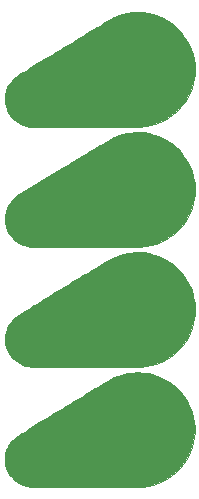
<source format=gbr>
%TF.GenerationSoftware,KiCad,Pcbnew,(6.0.9)*%
%TF.CreationDate,2022-12-27T03:42:49-08:00*%
%TF.ProjectId,panel_pcb,70616e65-6c5f-4706-9362-2e6b69636164,rev?*%
%TF.SameCoordinates,Original*%
%TF.FileFunction,Copper,L1,Top*%
%TF.FilePolarity,Positive*%
%FSLAX46Y46*%
G04 Gerber Fmt 4.6, Leading zero omitted, Abs format (unit mm)*
G04 Created by KiCad (PCBNEW (6.0.9)) date 2022-12-27 03:42:49*
%MOMM*%
%LPD*%
G01*
G04 APERTURE LIST*
%TA.AperFunction,EtchedComponent*%
%ADD10C,0.010000*%
%TD*%
G04 APERTURE END LIST*
%TO.C,G\u002A\u002A\u002A*%
G36*
X9194647Y-25661335D02*
G01*
X9353939Y-25671525D01*
X9380963Y-25674255D01*
X9836127Y-25744246D01*
X10275418Y-25853392D01*
X10697985Y-26001294D01*
X11102981Y-26187553D01*
X11489556Y-26411770D01*
X11856862Y-26673545D01*
X12204050Y-26972481D01*
X12262925Y-27028827D01*
X12575311Y-27361172D01*
X12851738Y-27715744D01*
X13091909Y-28091962D01*
X13295528Y-28489246D01*
X13462299Y-28907014D01*
X13591926Y-29344686D01*
X13684113Y-29801681D01*
X13687551Y-29823833D01*
X13706279Y-29985244D01*
X13718831Y-30176679D01*
X13725207Y-30386281D01*
X13725406Y-30602194D01*
X13719429Y-30812560D01*
X13707275Y-31005524D01*
X13688945Y-31169229D01*
X13687551Y-31178500D01*
X13597892Y-31629754D01*
X13470060Y-32065667D01*
X13305231Y-32484170D01*
X13104580Y-32883194D01*
X12869283Y-33260670D01*
X12600515Y-33614528D01*
X12299452Y-33942700D01*
X11967269Y-34243117D01*
X11928497Y-34274688D01*
X11575835Y-34532903D01*
X11200284Y-34758921D01*
X10806361Y-34950881D01*
X10398586Y-35106924D01*
X9981475Y-35225190D01*
X9559548Y-35303819D01*
X9376833Y-35325068D01*
X9339375Y-35326673D01*
X9261966Y-35328318D01*
X9146984Y-35329995D01*
X8996812Y-35331696D01*
X8813831Y-35333414D01*
X8600420Y-35335141D01*
X8358961Y-35336871D01*
X8091836Y-35338595D01*
X7801423Y-35340306D01*
X7490106Y-35341997D01*
X7160264Y-35343660D01*
X6814278Y-35345287D01*
X6454530Y-35346871D01*
X6083400Y-35348405D01*
X5703269Y-35349881D01*
X5316518Y-35351291D01*
X4925527Y-35352629D01*
X4532678Y-35353886D01*
X4140352Y-35355055D01*
X3750929Y-35356129D01*
X3366791Y-35357100D01*
X2990318Y-35357961D01*
X2623890Y-35358703D01*
X2269890Y-35359321D01*
X1930698Y-35359805D01*
X1608694Y-35360149D01*
X1306260Y-35360346D01*
X1025776Y-35360387D01*
X769624Y-35360265D01*
X540184Y-35359973D01*
X339837Y-35359503D01*
X170964Y-35358848D01*
X35946Y-35358000D01*
X-62836Y-35356951D01*
X-123002Y-35355695D01*
X-137584Y-35355008D01*
X-459316Y-35310959D01*
X-765092Y-35228353D01*
X-1052716Y-35108553D01*
X-1319988Y-34952925D01*
X-1564711Y-34762834D01*
X-1784686Y-34539645D01*
X-1977716Y-34284722D01*
X-2051336Y-34166627D01*
X-2183201Y-33900867D01*
X-2278362Y-33618465D01*
X-2336563Y-33324308D01*
X-2357549Y-33023286D01*
X-2341066Y-32720285D01*
X-2286857Y-32420194D01*
X-2194669Y-32127900D01*
X-2161911Y-32047880D01*
X-2076350Y-31870123D01*
X-1977554Y-31707439D01*
X-1858358Y-31549755D01*
X-1711599Y-31386999D01*
X-1641412Y-31316083D01*
X-1405793Y-31083250D01*
X2517892Y-28691417D01*
X2950240Y-28428018D01*
X3366330Y-28174834D01*
X3764836Y-27932663D01*
X4144432Y-27702303D01*
X4503791Y-27484553D01*
X4841585Y-27280210D01*
X5156489Y-27090074D01*
X5447176Y-26914943D01*
X5712318Y-26755615D01*
X5950590Y-26612888D01*
X6160664Y-26487561D01*
X6341214Y-26380432D01*
X6490914Y-26292300D01*
X6608435Y-26223963D01*
X6692453Y-26176219D01*
X6739747Y-26150804D01*
X7128426Y-25977487D01*
X7527908Y-25840940D01*
X7946127Y-25738568D01*
X8075083Y-25714370D01*
X8223540Y-25693709D01*
X8402622Y-25677304D01*
X8600801Y-25665511D01*
X8806551Y-25658682D01*
X9008342Y-25657172D01*
X9194647Y-25661335D01*
G37*
D10*
X9194647Y-25661335D02*
X9353939Y-25671525D01*
X9380963Y-25674255D01*
X9836127Y-25744246D01*
X10275418Y-25853392D01*
X10697985Y-26001294D01*
X11102981Y-26187553D01*
X11489556Y-26411770D01*
X11856862Y-26673545D01*
X12204050Y-26972481D01*
X12262925Y-27028827D01*
X12575311Y-27361172D01*
X12851738Y-27715744D01*
X13091909Y-28091962D01*
X13295528Y-28489246D01*
X13462299Y-28907014D01*
X13591926Y-29344686D01*
X13684113Y-29801681D01*
X13687551Y-29823833D01*
X13706279Y-29985244D01*
X13718831Y-30176679D01*
X13725207Y-30386281D01*
X13725406Y-30602194D01*
X13719429Y-30812560D01*
X13707275Y-31005524D01*
X13688945Y-31169229D01*
X13687551Y-31178500D01*
X13597892Y-31629754D01*
X13470060Y-32065667D01*
X13305231Y-32484170D01*
X13104580Y-32883194D01*
X12869283Y-33260670D01*
X12600515Y-33614528D01*
X12299452Y-33942700D01*
X11967269Y-34243117D01*
X11928497Y-34274688D01*
X11575835Y-34532903D01*
X11200284Y-34758921D01*
X10806361Y-34950881D01*
X10398586Y-35106924D01*
X9981475Y-35225190D01*
X9559548Y-35303819D01*
X9376833Y-35325068D01*
X9339375Y-35326673D01*
X9261966Y-35328318D01*
X9146984Y-35329995D01*
X8996812Y-35331696D01*
X8813831Y-35333414D01*
X8600420Y-35335141D01*
X8358961Y-35336871D01*
X8091836Y-35338595D01*
X7801423Y-35340306D01*
X7490106Y-35341997D01*
X7160264Y-35343660D01*
X6814278Y-35345287D01*
X6454530Y-35346871D01*
X6083400Y-35348405D01*
X5703269Y-35349881D01*
X5316518Y-35351291D01*
X4925527Y-35352629D01*
X4532678Y-35353886D01*
X4140352Y-35355055D01*
X3750929Y-35356129D01*
X3366791Y-35357100D01*
X2990318Y-35357961D01*
X2623890Y-35358703D01*
X2269890Y-35359321D01*
X1930698Y-35359805D01*
X1608694Y-35360149D01*
X1306260Y-35360346D01*
X1025776Y-35360387D01*
X769624Y-35360265D01*
X540184Y-35359973D01*
X339837Y-35359503D01*
X170964Y-35358848D01*
X35946Y-35358000D01*
X-62836Y-35356951D01*
X-123002Y-35355695D01*
X-137584Y-35355008D01*
X-459316Y-35310959D01*
X-765092Y-35228353D01*
X-1052716Y-35108553D01*
X-1319988Y-34952925D01*
X-1564711Y-34762834D01*
X-1784686Y-34539645D01*
X-1977716Y-34284722D01*
X-2051336Y-34166627D01*
X-2183201Y-33900867D01*
X-2278362Y-33618465D01*
X-2336563Y-33324308D01*
X-2357549Y-33023286D01*
X-2341066Y-32720285D01*
X-2286857Y-32420194D01*
X-2194669Y-32127900D01*
X-2161911Y-32047880D01*
X-2076350Y-31870123D01*
X-1977554Y-31707439D01*
X-1858358Y-31549755D01*
X-1711599Y-31386999D01*
X-1641412Y-31316083D01*
X-1405793Y-31083250D01*
X2517892Y-28691417D01*
X2950240Y-28428018D01*
X3366330Y-28174834D01*
X3764836Y-27932663D01*
X4144432Y-27702303D01*
X4503791Y-27484553D01*
X4841585Y-27280210D01*
X5156489Y-27090074D01*
X5447176Y-26914943D01*
X5712318Y-26755615D01*
X5950590Y-26612888D01*
X6160664Y-26487561D01*
X6341214Y-26380432D01*
X6490914Y-26292300D01*
X6608435Y-26223963D01*
X6692453Y-26176219D01*
X6739747Y-26150804D01*
X7128426Y-25977487D01*
X7527908Y-25840940D01*
X7946127Y-25738568D01*
X8075083Y-25714370D01*
X8223540Y-25693709D01*
X8402622Y-25677304D01*
X8600801Y-25665511D01*
X8806551Y-25658682D01*
X9008342Y-25657172D01*
X9194647Y-25661335D01*
G36*
X9307780Y-46012410D02*
G01*
X9730220Y-46064961D01*
X10137959Y-46154046D01*
X10536201Y-46280894D01*
X10930154Y-46446734D01*
X11070166Y-46515322D01*
X11459611Y-46735816D01*
X11821029Y-46986328D01*
X12153637Y-47264473D01*
X12456649Y-47567865D01*
X12729281Y-47894119D01*
X12970749Y-48240851D01*
X13180269Y-48605674D01*
X13357055Y-48986204D01*
X13500324Y-49380054D01*
X13609290Y-49784840D01*
X13683170Y-50198177D01*
X13721180Y-50617679D01*
X13722534Y-51040960D01*
X13686448Y-51465636D01*
X13612138Y-51889322D01*
X13498819Y-52309631D01*
X13345707Y-52724179D01*
X13209299Y-53019915D01*
X12989494Y-53411590D01*
X12736827Y-53777873D01*
X12453413Y-54117220D01*
X12141365Y-54428090D01*
X11802797Y-54708940D01*
X11439823Y-54958227D01*
X11054558Y-55174409D01*
X10649113Y-55355943D01*
X10225605Y-55501288D01*
X9786147Y-55608900D01*
X9620250Y-55638792D01*
X9516908Y-55652181D01*
X9385474Y-55662972D01*
X9222291Y-55671358D01*
X9023702Y-55677531D01*
X8815916Y-55681299D01*
X8693327Y-55682676D01*
X8536123Y-55683985D01*
X8346742Y-55685224D01*
X8127618Y-55686392D01*
X7881188Y-55687488D01*
X7609887Y-55688511D01*
X7316152Y-55689460D01*
X7002417Y-55690333D01*
X6671120Y-55691131D01*
X6324696Y-55691851D01*
X5965580Y-55692493D01*
X5596210Y-55693056D01*
X5219019Y-55693538D01*
X4836446Y-55693939D01*
X4450924Y-55694257D01*
X4064891Y-55694492D01*
X3680782Y-55694642D01*
X3301033Y-55694706D01*
X2928079Y-55694683D01*
X2564358Y-55694573D01*
X2212303Y-55694374D01*
X1874353Y-55694084D01*
X1552941Y-55693704D01*
X1250505Y-55693232D01*
X969480Y-55692666D01*
X712302Y-55692006D01*
X481406Y-55691251D01*
X279230Y-55690400D01*
X108207Y-55689451D01*
X-29224Y-55688404D01*
X-130630Y-55687257D01*
X-193573Y-55686010D01*
X-211667Y-55685227D01*
X-511523Y-55642289D01*
X-801021Y-55559975D01*
X-1076637Y-55440684D01*
X-1334845Y-55286818D01*
X-1572122Y-55100780D01*
X-1784943Y-54884968D01*
X-1969783Y-54641786D01*
X-2116178Y-54387750D01*
X-2237566Y-54096718D01*
X-2318512Y-53797567D01*
X-2359273Y-53493832D01*
X-2360104Y-53189045D01*
X-2321262Y-52886742D01*
X-2243003Y-52590456D01*
X-2125584Y-52303720D01*
X-1969260Y-52030070D01*
X-1942356Y-51990203D01*
X-1823300Y-51835088D01*
X-1682825Y-51680549D01*
X-1533719Y-51539690D01*
X-1397000Y-51431383D01*
X-1357549Y-51405300D01*
X-1284107Y-51358657D01*
X-1178737Y-51292707D01*
X-1043502Y-51208708D01*
X-880465Y-51107915D01*
X-691689Y-50991582D01*
X-479237Y-50860964D01*
X-245172Y-50717318D01*
X8443Y-50561898D01*
X279545Y-50395960D01*
X566071Y-50220759D01*
X865959Y-50037550D01*
X1177144Y-49847589D01*
X1497565Y-49652131D01*
X1825157Y-49452431D01*
X2157859Y-49249744D01*
X2493608Y-49045326D01*
X2830339Y-48840431D01*
X3165991Y-48636317D01*
X3498500Y-48434236D01*
X3825803Y-48235446D01*
X4145838Y-48041200D01*
X4456541Y-47852756D01*
X4755850Y-47671366D01*
X5041701Y-47498288D01*
X5312032Y-47334776D01*
X5564779Y-47182086D01*
X5797879Y-47041472D01*
X6009270Y-46914191D01*
X6196889Y-46801496D01*
X6358672Y-46704645D01*
X6492557Y-46624892D01*
X6596480Y-46563492D01*
X6668379Y-46521700D01*
X6705793Y-46500973D01*
X7111058Y-46319186D01*
X7527921Y-46177872D01*
X7957060Y-46076872D01*
X8399159Y-46016027D01*
X8854899Y-45995177D01*
X8865430Y-45995167D01*
X9307780Y-46012410D01*
G37*
X9307780Y-46012410D02*
X9730220Y-46064961D01*
X10137959Y-46154046D01*
X10536201Y-46280894D01*
X10930154Y-46446734D01*
X11070166Y-46515322D01*
X11459611Y-46735816D01*
X11821029Y-46986328D01*
X12153637Y-47264473D01*
X12456649Y-47567865D01*
X12729281Y-47894119D01*
X12970749Y-48240851D01*
X13180269Y-48605674D01*
X13357055Y-48986204D01*
X13500324Y-49380054D01*
X13609290Y-49784840D01*
X13683170Y-50198177D01*
X13721180Y-50617679D01*
X13722534Y-51040960D01*
X13686448Y-51465636D01*
X13612138Y-51889322D01*
X13498819Y-52309631D01*
X13345707Y-52724179D01*
X13209299Y-53019915D01*
X12989494Y-53411590D01*
X12736827Y-53777873D01*
X12453413Y-54117220D01*
X12141365Y-54428090D01*
X11802797Y-54708940D01*
X11439823Y-54958227D01*
X11054558Y-55174409D01*
X10649113Y-55355943D01*
X10225605Y-55501288D01*
X9786147Y-55608900D01*
X9620250Y-55638792D01*
X9516908Y-55652181D01*
X9385474Y-55662972D01*
X9222291Y-55671358D01*
X9023702Y-55677531D01*
X8815916Y-55681299D01*
X8693327Y-55682676D01*
X8536123Y-55683985D01*
X8346742Y-55685224D01*
X8127618Y-55686392D01*
X7881188Y-55687488D01*
X7609887Y-55688511D01*
X7316152Y-55689460D01*
X7002417Y-55690333D01*
X6671120Y-55691131D01*
X6324696Y-55691851D01*
X5965580Y-55692493D01*
X5596210Y-55693056D01*
X5219019Y-55693538D01*
X4836446Y-55693939D01*
X4450924Y-55694257D01*
X4064891Y-55694492D01*
X3680782Y-55694642D01*
X3301033Y-55694706D01*
X2928079Y-55694683D01*
X2564358Y-55694573D01*
X2212303Y-55694374D01*
X1874353Y-55694084D01*
X1552941Y-55693704D01*
X1250505Y-55693232D01*
X969480Y-55692666D01*
X712302Y-55692006D01*
X481406Y-55691251D01*
X279230Y-55690400D01*
X108207Y-55689451D01*
X-29224Y-55688404D01*
X-130630Y-55687257D01*
X-193573Y-55686010D01*
X-211667Y-55685227D01*
X-511523Y-55642289D01*
X-801021Y-55559975D01*
X-1076637Y-55440684D01*
X-1334845Y-55286818D01*
X-1572122Y-55100780D01*
X-1784943Y-54884968D01*
X-1969783Y-54641786D01*
X-2116178Y-54387750D01*
X-2237566Y-54096718D01*
X-2318512Y-53797567D01*
X-2359273Y-53493832D01*
X-2360104Y-53189045D01*
X-2321262Y-52886742D01*
X-2243003Y-52590456D01*
X-2125584Y-52303720D01*
X-1969260Y-52030070D01*
X-1942356Y-51990203D01*
X-1823300Y-51835088D01*
X-1682825Y-51680549D01*
X-1533719Y-51539690D01*
X-1397000Y-51431383D01*
X-1357549Y-51405300D01*
X-1284107Y-51358657D01*
X-1178737Y-51292707D01*
X-1043502Y-51208708D01*
X-880465Y-51107915D01*
X-691689Y-50991582D01*
X-479237Y-50860964D01*
X-245172Y-50717318D01*
X8443Y-50561898D01*
X279545Y-50395960D01*
X566071Y-50220759D01*
X865959Y-50037550D01*
X1177144Y-49847589D01*
X1497565Y-49652131D01*
X1825157Y-49452431D01*
X2157859Y-49249744D01*
X2493608Y-49045326D01*
X2830339Y-48840431D01*
X3165991Y-48636317D01*
X3498500Y-48434236D01*
X3825803Y-48235446D01*
X4145838Y-48041200D01*
X4456541Y-47852756D01*
X4755850Y-47671366D01*
X5041701Y-47498288D01*
X5312032Y-47334776D01*
X5564779Y-47182086D01*
X5797879Y-47041472D01*
X6009270Y-46914191D01*
X6196889Y-46801496D01*
X6358672Y-46704645D01*
X6492557Y-46624892D01*
X6596480Y-46563492D01*
X6668379Y-46521700D01*
X6705793Y-46500973D01*
X7111058Y-46319186D01*
X7527921Y-46177872D01*
X7957060Y-46076872D01*
X8399159Y-46016027D01*
X8854899Y-45995177D01*
X8865430Y-45995167D01*
X9307780Y-46012410D01*
G36*
X9132528Y-35819762D02*
G01*
X9289577Y-35826723D01*
X9380963Y-35834507D01*
X9837578Y-35904958D01*
X10277509Y-36014112D01*
X10699953Y-36161593D01*
X11104108Y-36347028D01*
X11489175Y-36570043D01*
X11854351Y-36830263D01*
X12198834Y-37127314D01*
X12245760Y-37172201D01*
X12562202Y-37506850D01*
X12841444Y-37861678D01*
X13083518Y-38236750D01*
X13288456Y-38632126D01*
X13456291Y-39047871D01*
X13587054Y-39484046D01*
X13680777Y-39940714D01*
X13687551Y-39983833D01*
X13706279Y-40145244D01*
X13718831Y-40336679D01*
X13725207Y-40546281D01*
X13725406Y-40762194D01*
X13719429Y-40972560D01*
X13707275Y-41165524D01*
X13688945Y-41329229D01*
X13687551Y-41338500D01*
X13599039Y-41784245D01*
X13472591Y-42217512D01*
X13309699Y-42634827D01*
X13111856Y-43032714D01*
X12880553Y-43407696D01*
X12685095Y-43672973D01*
X12572324Y-43806853D01*
X12436973Y-43954677D01*
X12289772Y-44105583D01*
X12141452Y-44248710D01*
X12002745Y-44373198D01*
X11948583Y-44418410D01*
X11594759Y-44679499D01*
X11218311Y-44908094D01*
X10823570Y-45102404D01*
X10414867Y-45260640D01*
X9996532Y-45381009D01*
X9572896Y-45461722D01*
X9366250Y-45486106D01*
X9328528Y-45487716D01*
X9250859Y-45489355D01*
X9135627Y-45491017D01*
X8985218Y-45492695D01*
X8802017Y-45494381D01*
X8588409Y-45496068D01*
X8346780Y-45497750D01*
X8079516Y-45499420D01*
X7789001Y-45501070D01*
X7477620Y-45502693D01*
X7147760Y-45504283D01*
X6801806Y-45505832D01*
X6442143Y-45507334D01*
X6071156Y-45508781D01*
X5691230Y-45510167D01*
X5304752Y-45511484D01*
X4914106Y-45512726D01*
X4521678Y-45513885D01*
X4129853Y-45514954D01*
X3741016Y-45515927D01*
X3357553Y-45516797D01*
X2981849Y-45517555D01*
X2616290Y-45518197D01*
X2263261Y-45518713D01*
X1925147Y-45519099D01*
X1604333Y-45519345D01*
X1303206Y-45519446D01*
X1024150Y-45519395D01*
X769550Y-45519184D01*
X541792Y-45518806D01*
X343262Y-45518255D01*
X176345Y-45517523D01*
X43425Y-45516603D01*
X-53111Y-45515489D01*
X-110878Y-45514174D01*
X-116417Y-45513942D01*
X-425065Y-45478725D01*
X-722943Y-45403781D01*
X-1006859Y-45291032D01*
X-1273619Y-45142401D01*
X-1520028Y-44959810D01*
X-1742893Y-44745181D01*
X-1939019Y-44500438D01*
X-2028883Y-44362725D01*
X-2166789Y-44095279D01*
X-2267348Y-43812683D01*
X-2330651Y-43519549D01*
X-2356791Y-43220486D01*
X-2345857Y-42920108D01*
X-2297941Y-42623025D01*
X-2213135Y-42333848D01*
X-2091529Y-42057190D01*
X-1979485Y-41865650D01*
X-1926210Y-41792878D01*
X-1850834Y-41701519D01*
X-1762250Y-41601820D01*
X-1669350Y-41504030D01*
X-1641448Y-41476083D01*
X-1561888Y-41398548D01*
X-1492062Y-41334013D01*
X-1424753Y-41277131D01*
X-1352747Y-41222554D01*
X-1268829Y-41164933D01*
X-1165784Y-41098923D01*
X-1036395Y-41019174D01*
X-972807Y-40980506D01*
X-910421Y-40942601D01*
X-813917Y-40883894D01*
X-685326Y-40805620D01*
X-526674Y-40709014D01*
X-339989Y-40595313D01*
X-127300Y-40465752D01*
X109365Y-40321568D01*
X367978Y-40163995D01*
X646512Y-39994269D01*
X942938Y-39813627D01*
X1255228Y-39623303D01*
X1581355Y-39424534D01*
X1919290Y-39218556D01*
X2267005Y-39006603D01*
X2622472Y-38789913D01*
X2983663Y-38569719D01*
X2984500Y-38569210D01*
X3448384Y-38286592D01*
X3885369Y-38020749D01*
X4294760Y-37772095D01*
X4675864Y-37541048D01*
X5027986Y-37328025D01*
X5350433Y-37133441D01*
X5642510Y-36957714D01*
X5903525Y-36801261D01*
X6132782Y-36664497D01*
X6329589Y-36547840D01*
X6493250Y-36451707D01*
X6623073Y-36376513D01*
X6718364Y-36322675D01*
X6778428Y-36290611D01*
X6783916Y-36287917D01*
X7201000Y-36109560D01*
X7630792Y-35971079D01*
X8076226Y-35871540D01*
X8107128Y-35866167D01*
X8234636Y-35849260D01*
X8393710Y-35835670D01*
X8573693Y-35825660D01*
X8763929Y-35819495D01*
X8953759Y-35817441D01*
X9132528Y-35819762D01*
G37*
X9132528Y-35819762D02*
X9289577Y-35826723D01*
X9380963Y-35834507D01*
X9837578Y-35904958D01*
X10277509Y-36014112D01*
X10699953Y-36161593D01*
X11104108Y-36347028D01*
X11489175Y-36570043D01*
X11854351Y-36830263D01*
X12198834Y-37127314D01*
X12245760Y-37172201D01*
X12562202Y-37506850D01*
X12841444Y-37861678D01*
X13083518Y-38236750D01*
X13288456Y-38632126D01*
X13456291Y-39047871D01*
X13587054Y-39484046D01*
X13680777Y-39940714D01*
X13687551Y-39983833D01*
X13706279Y-40145244D01*
X13718831Y-40336679D01*
X13725207Y-40546281D01*
X13725406Y-40762194D01*
X13719429Y-40972560D01*
X13707275Y-41165524D01*
X13688945Y-41329229D01*
X13687551Y-41338500D01*
X13599039Y-41784245D01*
X13472591Y-42217512D01*
X13309699Y-42634827D01*
X13111856Y-43032714D01*
X12880553Y-43407696D01*
X12685095Y-43672973D01*
X12572324Y-43806853D01*
X12436973Y-43954677D01*
X12289772Y-44105583D01*
X12141452Y-44248710D01*
X12002745Y-44373198D01*
X11948583Y-44418410D01*
X11594759Y-44679499D01*
X11218311Y-44908094D01*
X10823570Y-45102404D01*
X10414867Y-45260640D01*
X9996532Y-45381009D01*
X9572896Y-45461722D01*
X9366250Y-45486106D01*
X9328528Y-45487716D01*
X9250859Y-45489355D01*
X9135627Y-45491017D01*
X8985218Y-45492695D01*
X8802017Y-45494381D01*
X8588409Y-45496068D01*
X8346780Y-45497750D01*
X8079516Y-45499420D01*
X7789001Y-45501070D01*
X7477620Y-45502693D01*
X7147760Y-45504283D01*
X6801806Y-45505832D01*
X6442143Y-45507334D01*
X6071156Y-45508781D01*
X5691230Y-45510167D01*
X5304752Y-45511484D01*
X4914106Y-45512726D01*
X4521678Y-45513885D01*
X4129853Y-45514954D01*
X3741016Y-45515927D01*
X3357553Y-45516797D01*
X2981849Y-45517555D01*
X2616290Y-45518197D01*
X2263261Y-45518713D01*
X1925147Y-45519099D01*
X1604333Y-45519345D01*
X1303206Y-45519446D01*
X1024150Y-45519395D01*
X769550Y-45519184D01*
X541792Y-45518806D01*
X343262Y-45518255D01*
X176345Y-45517523D01*
X43425Y-45516603D01*
X-53111Y-45515489D01*
X-110878Y-45514174D01*
X-116417Y-45513942D01*
X-425065Y-45478725D01*
X-722943Y-45403781D01*
X-1006859Y-45291032D01*
X-1273619Y-45142401D01*
X-1520028Y-44959810D01*
X-1742893Y-44745181D01*
X-1939019Y-44500438D01*
X-2028883Y-44362725D01*
X-2166789Y-44095279D01*
X-2267348Y-43812683D01*
X-2330651Y-43519549D01*
X-2356791Y-43220486D01*
X-2345857Y-42920108D01*
X-2297941Y-42623025D01*
X-2213135Y-42333848D01*
X-2091529Y-42057190D01*
X-1979485Y-41865650D01*
X-1926210Y-41792878D01*
X-1850834Y-41701519D01*
X-1762250Y-41601820D01*
X-1669350Y-41504030D01*
X-1641448Y-41476083D01*
X-1561888Y-41398548D01*
X-1492062Y-41334013D01*
X-1424753Y-41277131D01*
X-1352747Y-41222554D01*
X-1268829Y-41164933D01*
X-1165784Y-41098923D01*
X-1036395Y-41019174D01*
X-972807Y-40980506D01*
X-910421Y-40942601D01*
X-813917Y-40883894D01*
X-685326Y-40805620D01*
X-526674Y-40709014D01*
X-339989Y-40595313D01*
X-127300Y-40465752D01*
X109365Y-40321568D01*
X367978Y-40163995D01*
X646512Y-39994269D01*
X942938Y-39813627D01*
X1255228Y-39623303D01*
X1581355Y-39424534D01*
X1919290Y-39218556D01*
X2267005Y-39006603D01*
X2622472Y-38789913D01*
X2983663Y-38569719D01*
X2984500Y-38569210D01*
X3448384Y-38286592D01*
X3885369Y-38020749D01*
X4294760Y-37772095D01*
X4675864Y-37541048D01*
X5027986Y-37328025D01*
X5350433Y-37133441D01*
X5642510Y-36957714D01*
X5903525Y-36801261D01*
X6132782Y-36664497D01*
X6329589Y-36547840D01*
X6493250Y-36451707D01*
X6623073Y-36376513D01*
X6718364Y-36322675D01*
X6778428Y-36290611D01*
X6783916Y-36287917D01*
X7201000Y-36109560D01*
X7630792Y-35971079D01*
X8076226Y-35871540D01*
X8107128Y-35866167D01*
X8234636Y-35849260D01*
X8393710Y-35835670D01*
X8573693Y-35825660D01*
X8763929Y-35819495D01*
X8953759Y-35817441D01*
X9132528Y-35819762D01*
G36*
X9303369Y-15511099D02*
G01*
X9742865Y-15569698D01*
X10177828Y-15668307D01*
X10409363Y-15738155D01*
X10821291Y-15895632D01*
X11216197Y-16090648D01*
X11591507Y-16320953D01*
X11944649Y-16584295D01*
X12273050Y-16878422D01*
X12574137Y-17201082D01*
X12845336Y-17550025D01*
X13084075Y-17922999D01*
X13238706Y-18213917D01*
X13415663Y-18621918D01*
X13554497Y-19043115D01*
X13656635Y-19482112D01*
X13687551Y-19663833D01*
X13706279Y-19825244D01*
X13718831Y-20016679D01*
X13725207Y-20226281D01*
X13725406Y-20442194D01*
X13719429Y-20652560D01*
X13707275Y-20845524D01*
X13688945Y-21009229D01*
X13687551Y-21018500D01*
X13597240Y-21477060D01*
X13469892Y-21915121D01*
X13305475Y-22332746D01*
X13103958Y-22729997D01*
X12865307Y-23106937D01*
X12589492Y-23463628D01*
X12276479Y-23800134D01*
X12245760Y-23830132D01*
X11913861Y-24125238D01*
X11564428Y-24383839D01*
X11195325Y-24607023D01*
X10804414Y-24795880D01*
X10389558Y-24951497D01*
X9948620Y-25074964D01*
X9694333Y-25129537D01*
X9657067Y-25136430D01*
X9618975Y-25142582D01*
X9577424Y-25148057D01*
X9529779Y-25152919D01*
X9473408Y-25157230D01*
X9405675Y-25161055D01*
X9323948Y-25164458D01*
X9225593Y-25167501D01*
X9107975Y-25170248D01*
X8968461Y-25172764D01*
X8804418Y-25175110D01*
X8613210Y-25177352D01*
X8392205Y-25179553D01*
X8138769Y-25181775D01*
X7850268Y-25184083D01*
X7524068Y-25186541D01*
X7249583Y-25188546D01*
X6887829Y-25191005D01*
X6513146Y-25193245D01*
X6127883Y-25195268D01*
X5734390Y-25197073D01*
X5335016Y-25198662D01*
X4932111Y-25200034D01*
X4528025Y-25201190D01*
X4125107Y-25202131D01*
X3725707Y-25202857D01*
X3332175Y-25203369D01*
X2946860Y-25203666D01*
X2572112Y-25203751D01*
X2210281Y-25203622D01*
X1863716Y-25203281D01*
X1534767Y-25202729D01*
X1225784Y-25201964D01*
X939116Y-25200989D01*
X677113Y-25199804D01*
X442124Y-25198409D01*
X236500Y-25196804D01*
X62590Y-25194990D01*
X-77256Y-25192968D01*
X-180689Y-25190738D01*
X-245360Y-25188301D01*
X-262874Y-25186954D01*
X-568430Y-25130921D01*
X-860749Y-25036639D01*
X-1136524Y-24906617D01*
X-1392447Y-24743367D01*
X-1625208Y-24549399D01*
X-1831499Y-24327224D01*
X-2008014Y-24079353D01*
X-2151442Y-23808297D01*
X-2185579Y-23727701D01*
X-2285172Y-23424152D01*
X-2343151Y-23115609D01*
X-2359550Y-22804673D01*
X-2334402Y-22493948D01*
X-2267740Y-22186037D01*
X-2162327Y-21889899D01*
X-2056974Y-21682820D01*
X-1920202Y-21474284D01*
X-1760453Y-21274629D01*
X-1586169Y-21094195D01*
X-1405791Y-20943321D01*
X-1366932Y-20915676D01*
X-1317531Y-20883169D01*
X-1234536Y-20830412D01*
X-1120025Y-20758665D01*
X-976074Y-20669191D01*
X-804761Y-20563250D01*
X-608163Y-20442104D01*
X-388357Y-20307013D01*
X-147420Y-20159241D01*
X112570Y-20000047D01*
X389537Y-19830694D01*
X681403Y-19652442D01*
X986091Y-19466553D01*
X1301524Y-19274289D01*
X1625625Y-19076911D01*
X1956317Y-18875680D01*
X2291522Y-18671857D01*
X2629163Y-18466704D01*
X2967163Y-18261483D01*
X3303446Y-18057454D01*
X3635933Y-17855879D01*
X3962548Y-17658020D01*
X4281213Y-17465138D01*
X4589852Y-17278494D01*
X4886387Y-17099349D01*
X5168740Y-16928965D01*
X5434836Y-16768604D01*
X5682596Y-16619526D01*
X5909944Y-16482994D01*
X6114803Y-16360268D01*
X6295094Y-16252610D01*
X6448742Y-16161281D01*
X6573668Y-16087542D01*
X6667796Y-16032656D01*
X6729049Y-15997883D01*
X6748238Y-15987655D01*
X7148540Y-15810717D01*
X7563279Y-15672497D01*
X7989294Y-15573209D01*
X8423421Y-15513070D01*
X8862500Y-15492295D01*
X9303369Y-15511099D01*
G37*
X9303369Y-15511099D02*
X9742865Y-15569698D01*
X10177828Y-15668307D01*
X10409363Y-15738155D01*
X10821291Y-15895632D01*
X11216197Y-16090648D01*
X11591507Y-16320953D01*
X11944649Y-16584295D01*
X12273050Y-16878422D01*
X12574137Y-17201082D01*
X12845336Y-17550025D01*
X13084075Y-17922999D01*
X13238706Y-18213917D01*
X13415663Y-18621918D01*
X13554497Y-19043115D01*
X13656635Y-19482112D01*
X13687551Y-19663833D01*
X13706279Y-19825244D01*
X13718831Y-20016679D01*
X13725207Y-20226281D01*
X13725406Y-20442194D01*
X13719429Y-20652560D01*
X13707275Y-20845524D01*
X13688945Y-21009229D01*
X13687551Y-21018500D01*
X13597240Y-21477060D01*
X13469892Y-21915121D01*
X13305475Y-22332746D01*
X13103958Y-22729997D01*
X12865307Y-23106937D01*
X12589492Y-23463628D01*
X12276479Y-23800134D01*
X12245760Y-23830132D01*
X11913861Y-24125238D01*
X11564428Y-24383839D01*
X11195325Y-24607023D01*
X10804414Y-24795880D01*
X10389558Y-24951497D01*
X9948620Y-25074964D01*
X9694333Y-25129537D01*
X9657067Y-25136430D01*
X9618975Y-25142582D01*
X9577424Y-25148057D01*
X9529779Y-25152919D01*
X9473408Y-25157230D01*
X9405675Y-25161055D01*
X9323948Y-25164458D01*
X9225593Y-25167501D01*
X9107975Y-25170248D01*
X8968461Y-25172764D01*
X8804418Y-25175110D01*
X8613210Y-25177352D01*
X8392205Y-25179553D01*
X8138769Y-25181775D01*
X7850268Y-25184083D01*
X7524068Y-25186541D01*
X7249583Y-25188546D01*
X6887829Y-25191005D01*
X6513146Y-25193245D01*
X6127883Y-25195268D01*
X5734390Y-25197073D01*
X5335016Y-25198662D01*
X4932111Y-25200034D01*
X4528025Y-25201190D01*
X4125107Y-25202131D01*
X3725707Y-25202857D01*
X3332175Y-25203369D01*
X2946860Y-25203666D01*
X2572112Y-25203751D01*
X2210281Y-25203622D01*
X1863716Y-25203281D01*
X1534767Y-25202729D01*
X1225784Y-25201964D01*
X939116Y-25200989D01*
X677113Y-25199804D01*
X442124Y-25198409D01*
X236500Y-25196804D01*
X62590Y-25194990D01*
X-77256Y-25192968D01*
X-180689Y-25190738D01*
X-245360Y-25188301D01*
X-262874Y-25186954D01*
X-568430Y-25130921D01*
X-860749Y-25036639D01*
X-1136524Y-24906617D01*
X-1392447Y-24743367D01*
X-1625208Y-24549399D01*
X-1831499Y-24327224D01*
X-2008014Y-24079353D01*
X-2151442Y-23808297D01*
X-2185579Y-23727701D01*
X-2285172Y-23424152D01*
X-2343151Y-23115609D01*
X-2359550Y-22804673D01*
X-2334402Y-22493948D01*
X-2267740Y-22186037D01*
X-2162327Y-21889899D01*
X-2056974Y-21682820D01*
X-1920202Y-21474284D01*
X-1760453Y-21274629D01*
X-1586169Y-21094195D01*
X-1405791Y-20943321D01*
X-1366932Y-20915676D01*
X-1317531Y-20883169D01*
X-1234536Y-20830412D01*
X-1120025Y-20758665D01*
X-976074Y-20669191D01*
X-804761Y-20563250D01*
X-608163Y-20442104D01*
X-388357Y-20307013D01*
X-147420Y-20159241D01*
X112570Y-20000047D01*
X389537Y-19830694D01*
X681403Y-19652442D01*
X986091Y-19466553D01*
X1301524Y-19274289D01*
X1625625Y-19076911D01*
X1956317Y-18875680D01*
X2291522Y-18671857D01*
X2629163Y-18466704D01*
X2967163Y-18261483D01*
X3303446Y-18057454D01*
X3635933Y-17855879D01*
X3962548Y-17658020D01*
X4281213Y-17465138D01*
X4589852Y-17278494D01*
X4886387Y-17099349D01*
X5168740Y-16928965D01*
X5434836Y-16768604D01*
X5682596Y-16619526D01*
X5909944Y-16482994D01*
X6114803Y-16360268D01*
X6295094Y-16252610D01*
X6448742Y-16161281D01*
X6573668Y-16087542D01*
X6667796Y-16032656D01*
X6729049Y-15997883D01*
X6748238Y-15987655D01*
X7148540Y-15810717D01*
X7563279Y-15672497D01*
X7989294Y-15573209D01*
X8423421Y-15513070D01*
X8862500Y-15492295D01*
X9303369Y-15511099D01*
%TD*%
M02*

</source>
